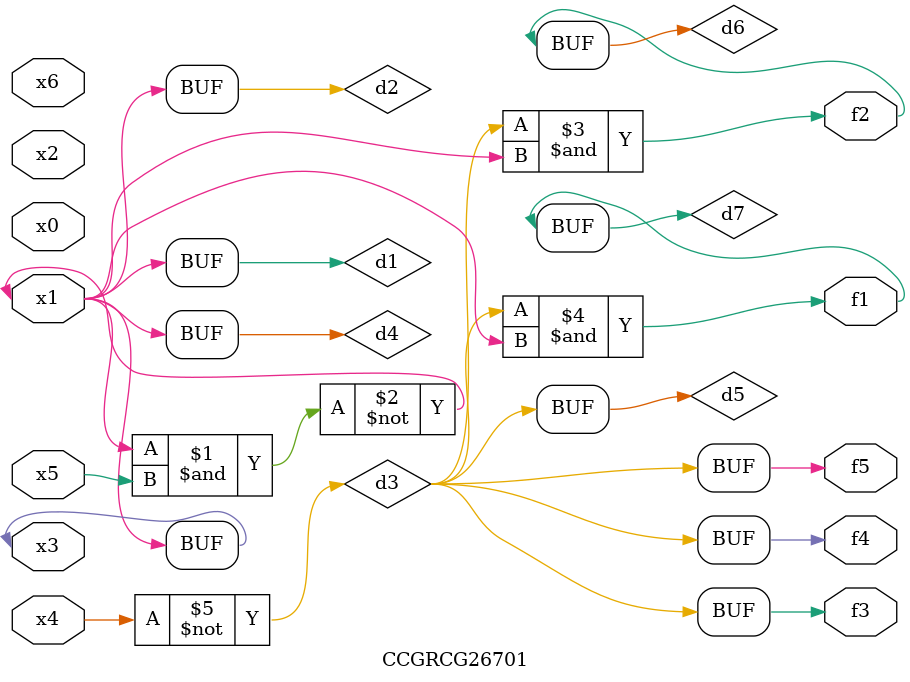
<source format=v>
module CCGRCG26701(
	input x0, x1, x2, x3, x4, x5, x6,
	output f1, f2, f3, f4, f5
);

	wire d1, d2, d3, d4, d5, d6, d7;

	buf (d1, x1, x3);
	nand (d2, x1, x5);
	not (d3, x4);
	buf (d4, d1, d2);
	buf (d5, d3);
	and (d6, d3, d4);
	and (d7, d3, d4);
	assign f1 = d7;
	assign f2 = d6;
	assign f3 = d5;
	assign f4 = d5;
	assign f5 = d5;
endmodule

</source>
